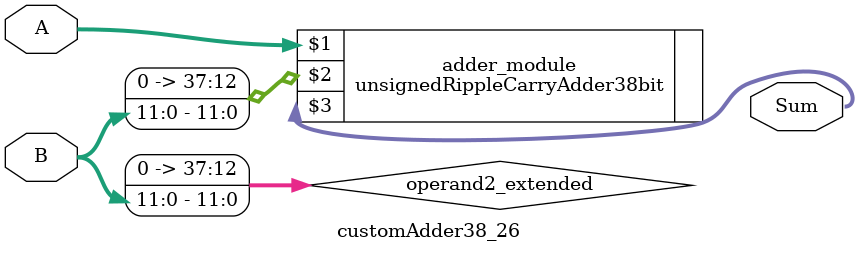
<source format=v>
module customAdder38_26(
                        input [37 : 0] A,
                        input [11 : 0] B,
                        
                        output [38 : 0] Sum
                );

        wire [37 : 0] operand2_extended;
        
        assign operand2_extended =  {26'b0, B};
        
        unsignedRippleCarryAdder38bit adder_module(
            A,
            operand2_extended,
            Sum
        );
        
        endmodule
        
</source>
